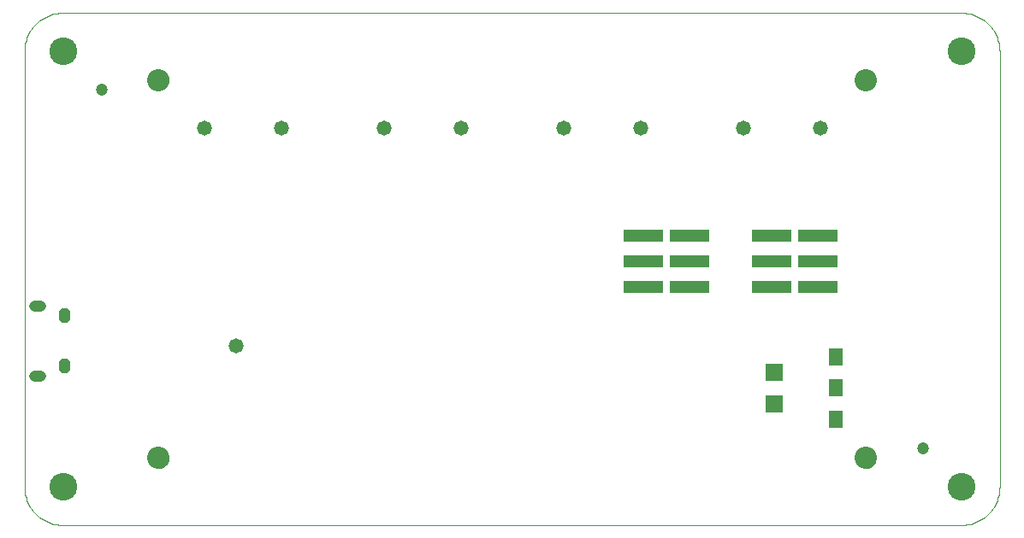
<source format=gbs>
G75*
%MOIN*%
%OFA0B0*%
%FSLAX24Y24*%
%IPPOS*%
%LPD*%
%AMOC8*
5,1,8,0,0,1.08239X$1,22.5*
%
%ADD10C,0.0000*%
%ADD11C,0.1080*%
%ADD12R,0.1530X0.0474*%
%ADD13C,0.0867*%
%ADD14C,0.0474*%
%ADD15C,0.0580*%
%ADD16C,0.0341*%
%ADD17C,0.0434*%
%ADD18R,0.0552X0.0671*%
%ADD19R,0.0671X0.0671*%
D10*
X017760Y016393D02*
X052760Y016393D01*
X052260Y017893D02*
X052262Y017937D01*
X052268Y017981D01*
X052278Y018024D01*
X052291Y018066D01*
X052308Y018107D01*
X052329Y018146D01*
X052353Y018183D01*
X052380Y018218D01*
X052410Y018250D01*
X052443Y018280D01*
X052479Y018306D01*
X052516Y018330D01*
X052556Y018349D01*
X052597Y018366D01*
X052640Y018378D01*
X052683Y018387D01*
X052727Y018392D01*
X052771Y018393D01*
X052815Y018390D01*
X052859Y018383D01*
X052902Y018372D01*
X052944Y018358D01*
X052984Y018340D01*
X053023Y018318D01*
X053059Y018294D01*
X053093Y018266D01*
X053125Y018235D01*
X053154Y018201D01*
X053180Y018165D01*
X053202Y018127D01*
X053221Y018087D01*
X053236Y018045D01*
X053248Y018003D01*
X053256Y017959D01*
X053260Y017915D01*
X053260Y017871D01*
X053256Y017827D01*
X053248Y017783D01*
X053236Y017741D01*
X053221Y017699D01*
X053202Y017659D01*
X053180Y017621D01*
X053154Y017585D01*
X053125Y017551D01*
X053093Y017520D01*
X053059Y017492D01*
X053023Y017468D01*
X052984Y017446D01*
X052944Y017428D01*
X052902Y017414D01*
X052859Y017403D01*
X052815Y017396D01*
X052771Y017393D01*
X052727Y017394D01*
X052683Y017399D01*
X052640Y017408D01*
X052597Y017420D01*
X052556Y017437D01*
X052516Y017456D01*
X052479Y017480D01*
X052443Y017506D01*
X052410Y017536D01*
X052380Y017568D01*
X052353Y017603D01*
X052329Y017640D01*
X052308Y017679D01*
X052291Y017720D01*
X052278Y017762D01*
X052268Y017805D01*
X052262Y017849D01*
X052260Y017893D01*
X052760Y016393D02*
X052836Y016395D01*
X052912Y016401D01*
X052987Y016410D01*
X053062Y016424D01*
X053136Y016441D01*
X053209Y016462D01*
X053281Y016486D01*
X053352Y016515D01*
X053421Y016546D01*
X053488Y016581D01*
X053553Y016620D01*
X053617Y016662D01*
X053678Y016707D01*
X053737Y016755D01*
X053793Y016806D01*
X053847Y016860D01*
X053898Y016916D01*
X053946Y016975D01*
X053991Y017036D01*
X054033Y017100D01*
X054072Y017165D01*
X054107Y017232D01*
X054138Y017301D01*
X054167Y017372D01*
X054191Y017444D01*
X054212Y017517D01*
X054229Y017591D01*
X054243Y017666D01*
X054252Y017741D01*
X054258Y017817D01*
X054260Y017893D01*
X054260Y034893D01*
X052260Y034893D02*
X052262Y034937D01*
X052268Y034981D01*
X052278Y035024D01*
X052291Y035066D01*
X052308Y035107D01*
X052329Y035146D01*
X052353Y035183D01*
X052380Y035218D01*
X052410Y035250D01*
X052443Y035280D01*
X052479Y035306D01*
X052516Y035330D01*
X052556Y035349D01*
X052597Y035366D01*
X052640Y035378D01*
X052683Y035387D01*
X052727Y035392D01*
X052771Y035393D01*
X052815Y035390D01*
X052859Y035383D01*
X052902Y035372D01*
X052944Y035358D01*
X052984Y035340D01*
X053023Y035318D01*
X053059Y035294D01*
X053093Y035266D01*
X053125Y035235D01*
X053154Y035201D01*
X053180Y035165D01*
X053202Y035127D01*
X053221Y035087D01*
X053236Y035045D01*
X053248Y035003D01*
X053256Y034959D01*
X053260Y034915D01*
X053260Y034871D01*
X053256Y034827D01*
X053248Y034783D01*
X053236Y034741D01*
X053221Y034699D01*
X053202Y034659D01*
X053180Y034621D01*
X053154Y034585D01*
X053125Y034551D01*
X053093Y034520D01*
X053059Y034492D01*
X053023Y034468D01*
X052984Y034446D01*
X052944Y034428D01*
X052902Y034414D01*
X052859Y034403D01*
X052815Y034396D01*
X052771Y034393D01*
X052727Y034394D01*
X052683Y034399D01*
X052640Y034408D01*
X052597Y034420D01*
X052556Y034437D01*
X052516Y034456D01*
X052479Y034480D01*
X052443Y034506D01*
X052410Y034536D01*
X052380Y034568D01*
X052353Y034603D01*
X052329Y034640D01*
X052308Y034679D01*
X052291Y034720D01*
X052278Y034762D01*
X052268Y034805D01*
X052262Y034849D01*
X052260Y034893D01*
X052760Y036393D02*
X052836Y036391D01*
X052912Y036385D01*
X052987Y036376D01*
X053062Y036362D01*
X053136Y036345D01*
X053209Y036324D01*
X053281Y036300D01*
X053352Y036271D01*
X053421Y036240D01*
X053488Y036205D01*
X053553Y036166D01*
X053617Y036124D01*
X053678Y036079D01*
X053737Y036031D01*
X053793Y035980D01*
X053847Y035926D01*
X053898Y035870D01*
X053946Y035811D01*
X053991Y035750D01*
X054033Y035686D01*
X054072Y035621D01*
X054107Y035554D01*
X054138Y035485D01*
X054167Y035414D01*
X054191Y035342D01*
X054212Y035269D01*
X054229Y035195D01*
X054243Y035120D01*
X054252Y035045D01*
X054258Y034969D01*
X054260Y034893D01*
X052760Y036393D02*
X017760Y036393D01*
X017260Y034893D02*
X017262Y034937D01*
X017268Y034981D01*
X017278Y035024D01*
X017291Y035066D01*
X017308Y035107D01*
X017329Y035146D01*
X017353Y035183D01*
X017380Y035218D01*
X017410Y035250D01*
X017443Y035280D01*
X017479Y035306D01*
X017516Y035330D01*
X017556Y035349D01*
X017597Y035366D01*
X017640Y035378D01*
X017683Y035387D01*
X017727Y035392D01*
X017771Y035393D01*
X017815Y035390D01*
X017859Y035383D01*
X017902Y035372D01*
X017944Y035358D01*
X017984Y035340D01*
X018023Y035318D01*
X018059Y035294D01*
X018093Y035266D01*
X018125Y035235D01*
X018154Y035201D01*
X018180Y035165D01*
X018202Y035127D01*
X018221Y035087D01*
X018236Y035045D01*
X018248Y035003D01*
X018256Y034959D01*
X018260Y034915D01*
X018260Y034871D01*
X018256Y034827D01*
X018248Y034783D01*
X018236Y034741D01*
X018221Y034699D01*
X018202Y034659D01*
X018180Y034621D01*
X018154Y034585D01*
X018125Y034551D01*
X018093Y034520D01*
X018059Y034492D01*
X018023Y034468D01*
X017984Y034446D01*
X017944Y034428D01*
X017902Y034414D01*
X017859Y034403D01*
X017815Y034396D01*
X017771Y034393D01*
X017727Y034394D01*
X017683Y034399D01*
X017640Y034408D01*
X017597Y034420D01*
X017556Y034437D01*
X017516Y034456D01*
X017479Y034480D01*
X017443Y034506D01*
X017410Y034536D01*
X017380Y034568D01*
X017353Y034603D01*
X017329Y034640D01*
X017308Y034679D01*
X017291Y034720D01*
X017278Y034762D01*
X017268Y034805D01*
X017262Y034849D01*
X017260Y034893D01*
X016260Y034893D02*
X016262Y034969D01*
X016268Y035045D01*
X016277Y035120D01*
X016291Y035195D01*
X016308Y035269D01*
X016329Y035342D01*
X016353Y035414D01*
X016382Y035485D01*
X016413Y035554D01*
X016448Y035621D01*
X016487Y035686D01*
X016529Y035750D01*
X016574Y035811D01*
X016622Y035870D01*
X016673Y035926D01*
X016727Y035980D01*
X016783Y036031D01*
X016842Y036079D01*
X016903Y036124D01*
X016967Y036166D01*
X017032Y036205D01*
X017099Y036240D01*
X017168Y036271D01*
X017239Y036300D01*
X017311Y036324D01*
X017384Y036345D01*
X017458Y036362D01*
X017533Y036376D01*
X017608Y036385D01*
X017684Y036391D01*
X017760Y036393D01*
X016260Y034893D02*
X016260Y017893D01*
X017260Y017893D02*
X017262Y017937D01*
X017268Y017981D01*
X017278Y018024D01*
X017291Y018066D01*
X017308Y018107D01*
X017329Y018146D01*
X017353Y018183D01*
X017380Y018218D01*
X017410Y018250D01*
X017443Y018280D01*
X017479Y018306D01*
X017516Y018330D01*
X017556Y018349D01*
X017597Y018366D01*
X017640Y018378D01*
X017683Y018387D01*
X017727Y018392D01*
X017771Y018393D01*
X017815Y018390D01*
X017859Y018383D01*
X017902Y018372D01*
X017944Y018358D01*
X017984Y018340D01*
X018023Y018318D01*
X018059Y018294D01*
X018093Y018266D01*
X018125Y018235D01*
X018154Y018201D01*
X018180Y018165D01*
X018202Y018127D01*
X018221Y018087D01*
X018236Y018045D01*
X018248Y018003D01*
X018256Y017959D01*
X018260Y017915D01*
X018260Y017871D01*
X018256Y017827D01*
X018248Y017783D01*
X018236Y017741D01*
X018221Y017699D01*
X018202Y017659D01*
X018180Y017621D01*
X018154Y017585D01*
X018125Y017551D01*
X018093Y017520D01*
X018059Y017492D01*
X018023Y017468D01*
X017984Y017446D01*
X017944Y017428D01*
X017902Y017414D01*
X017859Y017403D01*
X017815Y017396D01*
X017771Y017393D01*
X017727Y017394D01*
X017683Y017399D01*
X017640Y017408D01*
X017597Y017420D01*
X017556Y017437D01*
X017516Y017456D01*
X017479Y017480D01*
X017443Y017506D01*
X017410Y017536D01*
X017380Y017568D01*
X017353Y017603D01*
X017329Y017640D01*
X017308Y017679D01*
X017291Y017720D01*
X017278Y017762D01*
X017268Y017805D01*
X017262Y017849D01*
X017260Y017893D01*
X016260Y017893D02*
X016262Y017817D01*
X016268Y017741D01*
X016277Y017666D01*
X016291Y017591D01*
X016308Y017517D01*
X016329Y017444D01*
X016353Y017372D01*
X016382Y017301D01*
X016413Y017232D01*
X016448Y017165D01*
X016487Y017100D01*
X016529Y017036D01*
X016574Y016975D01*
X016622Y016916D01*
X016673Y016860D01*
X016727Y016806D01*
X016783Y016755D01*
X016842Y016707D01*
X016903Y016662D01*
X016967Y016620D01*
X017032Y016581D01*
X017099Y016546D01*
X017168Y016515D01*
X017239Y016486D01*
X017311Y016462D01*
X017384Y016441D01*
X017458Y016424D01*
X017533Y016410D01*
X017608Y016401D01*
X017684Y016395D01*
X017760Y016393D01*
X021086Y019011D02*
X021088Y019050D01*
X021094Y019089D01*
X021104Y019127D01*
X021117Y019164D01*
X021134Y019199D01*
X021154Y019233D01*
X021178Y019264D01*
X021205Y019293D01*
X021234Y019319D01*
X021266Y019342D01*
X021300Y019362D01*
X021336Y019378D01*
X021373Y019390D01*
X021412Y019399D01*
X021451Y019404D01*
X021490Y019405D01*
X021529Y019402D01*
X021568Y019395D01*
X021605Y019384D01*
X021642Y019370D01*
X021677Y019352D01*
X021710Y019331D01*
X021741Y019306D01*
X021769Y019279D01*
X021794Y019249D01*
X021816Y019216D01*
X021835Y019182D01*
X021850Y019146D01*
X021862Y019108D01*
X021870Y019070D01*
X021874Y019031D01*
X021874Y018991D01*
X021870Y018952D01*
X021862Y018914D01*
X021850Y018876D01*
X021835Y018840D01*
X021816Y018806D01*
X021794Y018773D01*
X021769Y018743D01*
X021741Y018716D01*
X021710Y018691D01*
X021677Y018670D01*
X021642Y018652D01*
X021605Y018638D01*
X021568Y018627D01*
X021529Y018620D01*
X021490Y018617D01*
X021451Y018618D01*
X021412Y018623D01*
X021373Y018632D01*
X021336Y018644D01*
X021300Y018660D01*
X021266Y018680D01*
X021234Y018703D01*
X021205Y018729D01*
X021178Y018758D01*
X021154Y018789D01*
X021134Y018823D01*
X021117Y018858D01*
X021104Y018895D01*
X021094Y018933D01*
X021088Y018972D01*
X021086Y019011D01*
X021086Y033775D02*
X021088Y033814D01*
X021094Y033853D01*
X021104Y033891D01*
X021117Y033928D01*
X021134Y033963D01*
X021154Y033997D01*
X021178Y034028D01*
X021205Y034057D01*
X021234Y034083D01*
X021266Y034106D01*
X021300Y034126D01*
X021336Y034142D01*
X021373Y034154D01*
X021412Y034163D01*
X021451Y034168D01*
X021490Y034169D01*
X021529Y034166D01*
X021568Y034159D01*
X021605Y034148D01*
X021642Y034134D01*
X021677Y034116D01*
X021710Y034095D01*
X021741Y034070D01*
X021769Y034043D01*
X021794Y034013D01*
X021816Y033980D01*
X021835Y033946D01*
X021850Y033910D01*
X021862Y033872D01*
X021870Y033834D01*
X021874Y033795D01*
X021874Y033755D01*
X021870Y033716D01*
X021862Y033678D01*
X021850Y033640D01*
X021835Y033604D01*
X021816Y033570D01*
X021794Y033537D01*
X021769Y033507D01*
X021741Y033480D01*
X021710Y033455D01*
X021677Y033434D01*
X021642Y033416D01*
X021605Y033402D01*
X021568Y033391D01*
X021529Y033384D01*
X021490Y033381D01*
X021451Y033382D01*
X021412Y033387D01*
X021373Y033396D01*
X021336Y033408D01*
X021300Y033424D01*
X021266Y033444D01*
X021234Y033467D01*
X021205Y033493D01*
X021178Y033522D01*
X021154Y033553D01*
X021134Y033587D01*
X021117Y033622D01*
X021104Y033659D01*
X021094Y033697D01*
X021088Y033736D01*
X021086Y033775D01*
X048645Y033775D02*
X048647Y033814D01*
X048653Y033853D01*
X048663Y033891D01*
X048676Y033928D01*
X048693Y033963D01*
X048713Y033997D01*
X048737Y034028D01*
X048764Y034057D01*
X048793Y034083D01*
X048825Y034106D01*
X048859Y034126D01*
X048895Y034142D01*
X048932Y034154D01*
X048971Y034163D01*
X049010Y034168D01*
X049049Y034169D01*
X049088Y034166D01*
X049127Y034159D01*
X049164Y034148D01*
X049201Y034134D01*
X049236Y034116D01*
X049269Y034095D01*
X049300Y034070D01*
X049328Y034043D01*
X049353Y034013D01*
X049375Y033980D01*
X049394Y033946D01*
X049409Y033910D01*
X049421Y033872D01*
X049429Y033834D01*
X049433Y033795D01*
X049433Y033755D01*
X049429Y033716D01*
X049421Y033678D01*
X049409Y033640D01*
X049394Y033604D01*
X049375Y033570D01*
X049353Y033537D01*
X049328Y033507D01*
X049300Y033480D01*
X049269Y033455D01*
X049236Y033434D01*
X049201Y033416D01*
X049164Y033402D01*
X049127Y033391D01*
X049088Y033384D01*
X049049Y033381D01*
X049010Y033382D01*
X048971Y033387D01*
X048932Y033396D01*
X048895Y033408D01*
X048859Y033424D01*
X048825Y033444D01*
X048793Y033467D01*
X048764Y033493D01*
X048737Y033522D01*
X048713Y033553D01*
X048693Y033587D01*
X048676Y033622D01*
X048663Y033659D01*
X048653Y033697D01*
X048647Y033736D01*
X048645Y033775D01*
X048645Y019011D02*
X048647Y019050D01*
X048653Y019089D01*
X048663Y019127D01*
X048676Y019164D01*
X048693Y019199D01*
X048713Y019233D01*
X048737Y019264D01*
X048764Y019293D01*
X048793Y019319D01*
X048825Y019342D01*
X048859Y019362D01*
X048895Y019378D01*
X048932Y019390D01*
X048971Y019399D01*
X049010Y019404D01*
X049049Y019405D01*
X049088Y019402D01*
X049127Y019395D01*
X049164Y019384D01*
X049201Y019370D01*
X049236Y019352D01*
X049269Y019331D01*
X049300Y019306D01*
X049328Y019279D01*
X049353Y019249D01*
X049375Y019216D01*
X049394Y019182D01*
X049409Y019146D01*
X049421Y019108D01*
X049429Y019070D01*
X049433Y019031D01*
X049433Y018991D01*
X049429Y018952D01*
X049421Y018914D01*
X049409Y018876D01*
X049394Y018840D01*
X049375Y018806D01*
X049353Y018773D01*
X049328Y018743D01*
X049300Y018716D01*
X049269Y018691D01*
X049236Y018670D01*
X049201Y018652D01*
X049164Y018638D01*
X049127Y018627D01*
X049088Y018620D01*
X049049Y018617D01*
X049010Y018618D01*
X048971Y018623D01*
X048932Y018632D01*
X048895Y018644D01*
X048859Y018660D01*
X048825Y018680D01*
X048793Y018703D01*
X048764Y018729D01*
X048737Y018758D01*
X048713Y018789D01*
X048693Y018823D01*
X048676Y018858D01*
X048663Y018895D01*
X048653Y018933D01*
X048647Y018972D01*
X048645Y019011D01*
D11*
X052760Y017893D03*
X052760Y034893D03*
X017760Y034893D03*
X017760Y017893D03*
D12*
X040360Y025693D03*
X040360Y026693D03*
X040360Y027693D03*
X042160Y027693D03*
X042160Y026693D03*
X042160Y025693D03*
X045360Y025693D03*
X045360Y026693D03*
X045360Y027693D03*
X047160Y027693D03*
X047160Y026693D03*
X047160Y025693D03*
D13*
X049039Y019011D03*
X049039Y033775D03*
X021480Y033775D03*
X021480Y019011D03*
D14*
X019260Y033393D03*
X051260Y019393D03*
D15*
X047260Y031893D03*
X044260Y031893D03*
X040260Y031893D03*
X037260Y031893D03*
X033260Y031893D03*
X030260Y031893D03*
X026260Y031893D03*
X023260Y031893D03*
X024510Y023393D03*
D16*
X017766Y022725D02*
X017766Y022493D01*
X017766Y022725D02*
X017880Y022725D01*
X017880Y022493D01*
X017766Y022493D01*
X017766Y024462D02*
X017766Y024694D01*
X017880Y024694D01*
X017880Y024462D01*
X017766Y024462D01*
D17*
X016888Y024971D02*
X016632Y024971D01*
X016632Y022215D02*
X016888Y022215D01*
D18*
X047861Y021743D03*
X047861Y020523D03*
X047861Y022964D03*
D19*
X045460Y022354D03*
X045460Y021133D03*
M02*

</source>
